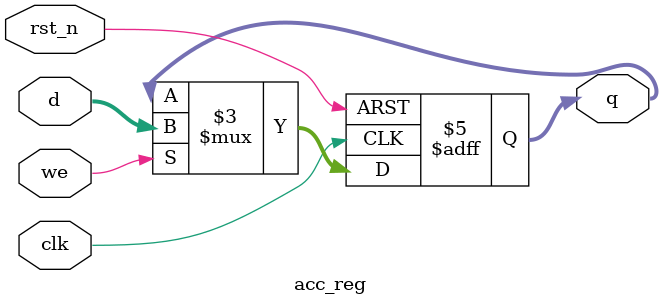
<source format=v>
module acc_reg (
    input  wire clk,
    input  wire rst_n,
    input  wire we,
    input  wire [7:0] d,
    output reg  [7:0] q
);
    always @(posedge clk or negedge rst_n) begin
        if (!rst_n)
            q <= 8'd0;
        else if (we)
            q <= d;
    end
endmodule

</source>
